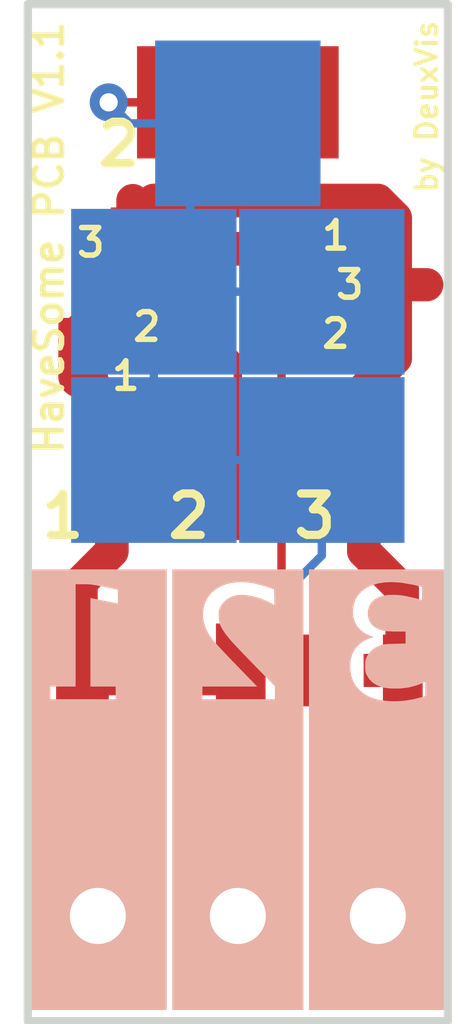
<source format=kicad_pcb>
(kicad_pcb (version 20171130) (host pcbnew "(5.1.12)-1")

  (general
    (thickness 1.6)
    (drawings 22)
    (tracks 76)
    (zones 0)
    (modules 14)
    (nets 4)
  )

  (page A4 portrait)
  (title_block
    (title HaveSomePCB)
    (date 2017-01-18)
    (rev 1.1)
    (company DeuxVis)
  )

  (layers
    (0 F.Cu signal)
    (31 B.Cu signal)
    (32 B.Adhes user hide)
    (33 F.Adhes user hide)
    (34 B.Paste user hide)
    (35 F.Paste user hide)
    (36 B.SilkS user hide)
    (37 F.SilkS user hide)
    (38 B.Mask user hide)
    (39 F.Mask user hide)
    (40 Dwgs.User user hide)
    (41 Cmts.User user hide)
    (42 Eco1.User user hide)
    (43 Eco2.User user hide)
    (44 Edge.Cuts user)
    (45 Margin user hide)
    (46 B.CrtYd user hide)
    (47 F.CrtYd user hide)
    (48 B.Fab user hide)
    (49 F.Fab user hide)
  )

  (setup
    (last_trace_width 0.1524)
    (user_trace_width 0.1524)
    (user_trace_width 0.2286)
    (user_trace_width 0.3048)
    (user_trace_width 0.6096)
    (user_trace_width 0.9144)
    (user_trace_width 1.2192)
    (trace_clearance 0.1524)
    (zone_clearance 0.1)
    (zone_45_only no)
    (trace_min 0.1524)
    (via_size 0.6858)
    (via_drill 0.3302)
    (via_min_size 0.6858)
    (via_min_drill 0.3302)
    (user_via 0.6858 0.3302)
    (user_via 0.8382 0.4826)
    (user_via 0.9906 0.635)
    (uvia_size 0.762)
    (uvia_drill 0.508)
    (uvias_allowed no)
    (uvia_min_size 0.0762)
    (uvia_min_drill 0.0508)
    (edge_width 0.15)
    (segment_width 0.2)
    (pcb_text_width 0.3)
    (pcb_text_size 1.5 1.5)
    (mod_edge_width 0.15)
    (mod_text_size 1 1)
    (mod_text_width 0.15)
    (pad_size 2.6576 2.032)
    (pad_drill 0)
    (pad_to_mask_clearance 0.2)
    (aux_axis_origin 0 0)
    (grid_origin 135.89 93.98)
    (visible_elements 7FFCFFFF)
    (pcbplotparams
      (layerselection 0x010f0_80000001)
      (usegerberextensions true)
      (usegerberattributes true)
      (usegerberadvancedattributes true)
      (creategerberjobfile true)
      (excludeedgelayer true)
      (linewidth 0.100000)
      (plotframeref false)
      (viasonmask false)
      (mode 1)
      (useauxorigin false)
      (hpglpennumber 1)
      (hpglpenspeed 20)
      (hpglpendiameter 15.000000)
      (psnegative false)
      (psa4output false)
      (plotreference true)
      (plotvalue true)
      (plotinvisibletext false)
      (padsonsilk false)
      (subtractmaskfromsilk false)
      (outputformat 1)
      (mirror false)
      (drillshape 0)
      (scaleselection 1)
      (outputdirectory "gerbers"))
  )

  (net 0 "")
  (net 1 "Net-(PINS1-Pad2)")
  (net 2 "Net-(PINS1-Pad1)")
  (net 3 "Net-(PINS1-Pad3)")

  (net_class Default "Ceci est la Netclass par défaut"
    (clearance 0.1524)
    (trace_width 0.1524)
    (via_dia 0.6858)
    (via_drill 0.3302)
    (uvia_dia 0.762)
    (uvia_drill 0.508)
    (add_net "Net-(PINS1-Pad1)")
    (add_net "Net-(PINS1-Pad2)")
    (add_net "Net-(PINS1-Pad3)")
  )

  (net_class Beefier ""
    (clearance 0.1524)
    (trace_width 0.2286)
    (via_dia 0.8382)
    (via_drill 0.4826)
    (uvia_dia 0.762)
    (uvia_drill 0.508)
  )

  (net_class Gross ""
    (clearance 0.1524)
    (trace_width 0.3048)
    (via_dia 0.9906)
    (via_drill 0.635)
    (uvia_dia 0.762)
    (uvia_drill 0.508)
  )

  (module Measurement_Points:Measurement_Point_Square-SMD-Pad_Big (layer B.Cu) (tedit 587F627E) (tstamp 575C2CF3)
    (at 139.7 96.139)
    (descr "Mesurement Point, Square, SMD Pad,  3mm x 3mm,")
    (tags "Mesurement Point Square SMD Pad 3x3mm")
    (attr virtual)
    (fp_text reference REF**22_2 (at 0 3) (layer B.SilkS) hide
      (effects (font (size 1 1) (thickness 0.15)) (justify mirror))
    )
    (fp_text value Measurement_Point_Square-SMD-Pad_Big (at 0 -3) (layer B.Fab)
      (effects (font (size 1 1) (thickness 0.15)) (justify mirror))
    )
    (fp_line (start -1.75 -1.75) (end -1.75 1.75) (layer B.CrtYd) (width 0.05))
    (fp_line (start 1.75 -1.75) (end -1.75 -1.75) (layer B.CrtYd) (width 0.05))
    (fp_line (start 1.75 1.75) (end 1.75 -1.75) (layer B.CrtYd) (width 0.05))
    (fp_line (start -1.75 1.75) (end 1.75 1.75) (layer B.CrtYd) (width 0.05))
    (pad 1 smd rect (at 0 0) (size 3 3) (layers B.Cu B.Mask)
      (net 1 "Net-(PINS1-Pad2)"))
  )

  (module Measurement_Points:Measurement_Point_Square-SMD-Pad_Big (layer B.Cu) (tedit 587F6295) (tstamp 575C2C2D)
    (at 141.224 99.187)
    (descr "Mesurement Point, Square, SMD Pad,  3mm x 3mm,")
    (tags "Mesurement Point Square SMD Pad 3x3mm")
    (attr virtual)
    (fp_text reference REF**22 (at 0 3) (layer B.SilkS) hide
      (effects (font (size 1 1) (thickness 0.15)) (justify mirror))
    )
    (fp_text value Measurement_Point_Square-SMD-Pad_Big (at 0 -3) (layer B.Fab)
      (effects (font (size 1 1) (thickness 0.15)) (justify mirror))
    )
    (fp_line (start -1.75 -1.75) (end -1.75 1.75) (layer B.CrtYd) (width 0.05))
    (fp_line (start 1.75 -1.75) (end -1.75 -1.75) (layer B.CrtYd) (width 0.05))
    (fp_line (start 1.75 1.75) (end 1.75 -1.75) (layer B.CrtYd) (width 0.05))
    (fp_line (start -1.75 1.75) (end 1.75 1.75) (layer B.CrtYd) (width 0.05))
    (pad 1 smd rect (at 0 0) (size 3 3) (layers B.Cu B.Mask)
      (net 1 "Net-(PINS1-Pad2)"))
  )

  (module Measurement_Points:Measurement_Point_Square-SMD-Pad_Big (layer B.Cu) (tedit 587F6288) (tstamp 575C2C25)
    (at 138.176 99.187)
    (descr "Mesurement Point, Square, SMD Pad,  3mm x 3mm,")
    (tags "Mesurement Point Square SMD Pad 3x3mm")
    (zone_connect 2)
    (attr virtual)
    (fp_text reference REF**12 (at 0 3) (layer B.SilkS) hide
      (effects (font (size 1 1) (thickness 0.15)) (justify mirror))
    )
    (fp_text value Measurement_Point_Square-SMD-Pad_Big (at 0 -3) (layer B.Fab)
      (effects (font (size 1 1) (thickness 0.15)) (justify mirror))
    )
    (fp_line (start -1.75 -1.75) (end -1.75 1.75) (layer B.CrtYd) (width 0.05))
    (fp_line (start 1.75 -1.75) (end -1.75 -1.75) (layer B.CrtYd) (width 0.05))
    (fp_line (start 1.75 1.75) (end 1.75 -1.75) (layer B.CrtYd) (width 0.05))
    (fp_line (start -1.75 1.75) (end 1.75 1.75) (layer B.CrtYd) (width 0.05))
    (pad 1 smd rect (at 0 0) (size 3 3) (layers B.Cu B.Mask)
      (net 1 "Net-(PINS1-Pad2)") (zone_connect 2))
  )

  (module Measurement_Points:Measurement_Point_Square-SMD-Pad_Big (layer B.Cu) (tedit 587F62A9) (tstamp 575C2C3D)
    (at 141.224 102.235)
    (descr "Mesurement Point, Square, SMD Pad,  3mm x 3mm,")
    (tags "Mesurement Point Square SMD Pad 3x3mm")
    (attr virtual)
    (fp_text reference REF**23 (at 0 3) (layer B.SilkS) hide
      (effects (font (size 1 1) (thickness 0.15)) (justify mirror))
    )
    (fp_text value Measurement_Point_Square-SMD-Pad_Big (at 0 -3) (layer B.Fab)
      (effects (font (size 1 1) (thickness 0.15)) (justify mirror))
    )
    (fp_line (start -1.75 -1.75) (end -1.75 1.75) (layer B.CrtYd) (width 0.05))
    (fp_line (start 1.75 -1.75) (end -1.75 -1.75) (layer B.CrtYd) (width 0.05))
    (fp_line (start 1.75 1.75) (end 1.75 -1.75) (layer B.CrtYd) (width 0.05))
    (fp_line (start -1.75 1.75) (end 1.75 1.75) (layer B.CrtYd) (width 0.05))
    (pad 1 smd rect (at 0 0) (size 3 3) (layers B.Cu B.Mask)
      (net 1 "Net-(PINS1-Pad2)"))
  )

  (module Measurement_Points:Measurement_Point_Square-SMD-Pad_Big (layer B.Cu) (tedit 587F629E) (tstamp 575C2C35)
    (at 138.176 102.235)
    (descr "Mesurement Point, Square, SMD Pad,  3mm x 3mm,")
    (tags "Mesurement Point Square SMD Pad 3x3mm")
    (zone_connect 2)
    (attr virtual)
    (fp_text reference REF**13 (at 0 3) (layer B.SilkS) hide
      (effects (font (size 1 1) (thickness 0.15)) (justify mirror))
    )
    (fp_text value Measurement_Point_Square-SMD-Pad_Big (at 0 -3) (layer B.Fab)
      (effects (font (size 1 1) (thickness 0.15)) (justify mirror))
    )
    (fp_line (start -1.75 -1.75) (end -1.75 1.75) (layer B.CrtYd) (width 0.05))
    (fp_line (start 1.75 -1.75) (end -1.75 -1.75) (layer B.CrtYd) (width 0.05))
    (fp_line (start 1.75 1.75) (end 1.75 -1.75) (layer B.CrtYd) (width 0.05))
    (fp_line (start -1.75 1.75) (end 1.75 1.75) (layer B.CrtYd) (width 0.05))
    (pad 1 smd rect (at 0 0) (size 3 3) (layers B.Cu B.Mask)
      (net 1 "Net-(PINS1-Pad2)") (zone_connect 2))
  )

  (module SOT-23 (layer F.Cu) (tedit 57516026) (tstamp 571A3644)
    (at 137.795 99.06)
    (descr "SOT-23, Standard")
    (tags SOT-23)
    (path /571A0781)
    (attr smd)
    (fp_text reference SOT23 (at 0 -2.25) (layer F.SilkS) hide
      (effects (font (size 1 1) (thickness 0.15)))
    )
    (fp_text value APE8865NL-33-HF-3 (at 0 2.3) (layer F.Fab)
      (effects (font (size 1 1) (thickness 0.15)))
    )
    (fp_line (start -1.65 1.6) (end -1.65 -1.6) (layer F.CrtYd) (width 0.05))
    (fp_line (start 1.65 1.6) (end -1.65 1.6) (layer F.CrtYd) (width 0.05))
    (fp_line (start 1.65 -1.6) (end 1.65 1.6) (layer F.CrtYd) (width 0.05))
    (fp_line (start -1.65 -1.6) (end 1.65 -1.6) (layer F.CrtYd) (width 0.05))
    (pad 1 smd rect (at -0.95 1.00076) (size 0.8001 0.8001) (layers F.Cu F.Paste F.Mask)
      (net 2 "Net-(PINS1-Pad1)"))
    (pad 2 smd rect (at 0.95 1.00076) (size 0.8001 0.8001) (layers F.Cu F.Paste F.Mask)
      (net 1 "Net-(PINS1-Pad2)"))
    (pad 3 smd rect (at 0 -0.99822) (size 0.8001 0.8001) (layers F.Cu F.Paste F.Mask)
      (net 3 "Net-(PINS1-Pad3)"))
    (model TO_SOT_Packages_SMD.3dshapes/SOT-23.wrl
      (at (xyz 0 0 0))
      (scale (xyz 1 1 1))
      (rotate (xyz 0 0 0))
    )
  )

  (module SOT-223 (layer F.Cu) (tedit 587F62F4) (tstamp 571A364C)
    (at 139.7 99.06)
    (descr "module CMS SOT223 4 pins")
    (tags "CMS SOT")
    (path /571A050A)
    (attr smd)
    (fp_text reference SOT223 (at 0 -0.762) (layer F.SilkS) hide
      (effects (font (size 1 1) (thickness 0.15)))
    )
    (fp_text value LD1117S33CTR (at 0 0.762) (layer F.Fab)
      (effects (font (size 1 1) (thickness 0.15)))
    )
    (pad 4 smd rect (at 0 -3.302) (size 3.6576 2.032) (layers F.Cu F.Paste F.Mask)
      (net 1 "Net-(PINS1-Pad2)"))
    (pad 2 smd rect (at 0 3.302) (size 1.016 2.032) (layers F.Cu F.Paste F.Mask)
      (net 1 "Net-(PINS1-Pad2)"))
    (pad 3 smd rect (at 2.286 3.302) (size 1.016 2.032) (layers F.Cu F.Paste F.Mask)
      (net 3 "Net-(PINS1-Pad3)"))
    (pad 1 smd rect (at -2.286 3.302) (size 1.016 2.032) (layers F.Cu F.Paste F.Mask)
      (net 2 "Net-(PINS1-Pad1)"))
    (model TO_SOT_Packages_SMD.3dshapes/SOT-223.wrl
      (at (xyz 0 0 0))
      (scale (xyz 0.4 0.4 0.4))
      (rotate (xyz 0 0 0))
    )
  )

  (module SOT-323 (layer F.Cu) (tedit 5751601E) (tstamp 571A3653)
    (at 141.605 99.06 90)
    (tags "SMD SOT")
    (path /571A0B46)
    (attr smd)
    (fp_text reference SOT323 (at 0.127 -2.032 90) (layer F.SilkS) hide
      (effects (font (size 1 1) (thickness 0.15)))
    )
    (fp_text value BFR92 (at 0 0 90) (layer F.Fab)
      (effects (font (size 1 1) (thickness 0.15)))
    )
    (pad 2 smd rect (at -0.65024 -0.94996 90) (size 0.59944 1.00076) (layers F.Cu F.Paste F.Mask)
      (net 1 "Net-(PINS1-Pad2)"))
    (pad 1 smd rect (at 0.65024 -0.94996 90) (size 0.59944 1.00076) (layers F.Cu F.Paste F.Mask)
      (net 2 "Net-(PINS1-Pad1)"))
    (pad 3 smd rect (at 0 0.94996 90) (size 0.59944 1.00076) (layers F.Cu F.Paste F.Mask)
      (net 3 "Net-(PINS1-Pad3)"))
    (model TO_SOT_Packages_SMD.3dshapes/SOT-323.wrl
      (offset (xyz 0 0 0.02539999961853028))
      (scale (xyz 0.3937 0.3937 0.3937))
      (rotate (xyz 0 0 0))
    )
  )

  (module R_0402 (layer F.Cu) (tedit 5751600D) (tstamp 571A37EF)
    (at 141.732 106.045 180)
    (descr "Resistor SMD 0402, reflow soldering, Vishay (see dcrcw.pdf)")
    (tags "resistor 0402")
    (path /571A0063)
    (attr smd)
    (fp_text reference SMD402 (at 0 -1.8 180) (layer F.SilkS) hide
      (effects (font (size 1 1) (thickness 0.15)))
    )
    (fp_text value R0402 (at 0 1.8 180) (layer F.Fab)
      (effects (font (size 1 1) (thickness 0.15)))
    )
    (fp_line (start 0.95 -0.65) (end 0.95 0.65) (layer F.CrtYd) (width 0.05))
    (fp_line (start -0.95 -0.65) (end -0.95 0.65) (layer F.CrtYd) (width 0.05))
    (fp_line (start -0.95 0.65) (end 0.95 0.65) (layer F.CrtYd) (width 0.05))
    (fp_line (start -0.95 -0.65) (end 0.95 -0.65) (layer F.CrtYd) (width 0.05))
    (pad 1 smd rect (at -0.45 0 180) (size 0.4 0.6) (layers F.Cu F.Paste F.Mask)
      (net 3 "Net-(PINS1-Pad3)"))
    (pad 2 smd rect (at 0.45 0 180) (size 0.4 0.6) (layers F.Cu F.Paste F.Mask)
      (net 1 "Net-(PINS1-Pad2)"))
    (model Resistors_SMD.3dshapes/R_0402.wrl
      (at (xyz 0 0 0))
      (scale (xyz 1 1 1))
      (rotate (xyz 0 0 0))
    )
  )

  (module R_0603 (layer F.Cu) (tedit 57516003) (tstamp 571A37F5)
    (at 138.303 106.045 180)
    (descr "Resistor SMD 0603, reflow soldering, Vishay (see dcrcw.pdf)")
    (tags "resistor 0603")
    (path /571A0145)
    (attr smd)
    (fp_text reference SMD603 (at 0 -1.9 180) (layer F.SilkS) hide
      (effects (font (size 1 1) (thickness 0.15)))
    )
    (fp_text value R0603 (at 0 1.9 180) (layer F.Fab)
      (effects (font (size 1 1) (thickness 0.15)))
    )
    (fp_line (start 1.3 -0.8) (end 1.3 0.8) (layer F.CrtYd) (width 0.05))
    (fp_line (start -1.3 -0.8) (end -1.3 0.8) (layer F.CrtYd) (width 0.05))
    (fp_line (start -1.3 0.8) (end 1.3 0.8) (layer F.CrtYd) (width 0.05))
    (fp_line (start -1.3 -0.8) (end 1.3 -0.8) (layer F.CrtYd) (width 0.05))
    (pad 1 smd rect (at -0.75 0 180) (size 0.5 0.9) (layers F.Cu F.Paste F.Mask)
      (net 1 "Net-(PINS1-Pad2)"))
    (pad 2 smd rect (at 0.75 0 180) (size 0.5 0.9) (layers F.Cu F.Paste F.Mask)
      (net 2 "Net-(PINS1-Pad1)"))
    (model Resistors_SMD.3dshapes/R_0603.wrl
      (at (xyz 0 0 0))
      (scale (xyz 1 1 1))
      (rotate (xyz 0 0 0))
    )
  )

  (module R_0805 (layer F.Cu) (tedit 57516015) (tstamp 571A37FB)
    (at 141.732 106.045 180)
    (descr "Resistor SMD 0805, reflow soldering, Vishay (see dcrcw.pdf)")
    (tags "resistor 0805")
    (path /571A01CF)
    (attr smd)
    (fp_text reference SMD805 (at 0 -2.1 180) (layer F.SilkS) hide
      (effects (font (size 1 1) (thickness 0.15)))
    )
    (fp_text value R0805 (at 0 2.1 180) (layer F.Fab)
      (effects (font (size 1 1) (thickness 0.15)))
    )
    (fp_line (start 1.6 -1) (end 1.6 1) (layer F.CrtYd) (width 0.05))
    (fp_line (start -1.6 -1) (end -1.6 1) (layer F.CrtYd) (width 0.05))
    (fp_line (start -1.6 1) (end 1.6 1) (layer F.CrtYd) (width 0.05))
    (fp_line (start -1.6 -1) (end 1.6 -1) (layer F.CrtYd) (width 0.05))
    (pad 1 smd rect (at -0.95 0 180) (size 0.7 1.3) (layers F.Cu F.Paste F.Mask)
      (net 3 "Net-(PINS1-Pad3)"))
    (pad 2 smd rect (at 0.95 0 180) (size 0.7 1.3) (layers F.Cu F.Paste F.Mask)
      (net 1 "Net-(PINS1-Pad2)"))
    (model Resistors_SMD.3dshapes/R_0805.wrl
      (at (xyz 0 0 0))
      (scale (xyz 1 1 1))
      (rotate (xyz 0 0 0))
    )
  )

  (module R_1206 (layer F.Cu) (tedit 57515FF6) (tstamp 571A3801)
    (at 138.303 106.045 180)
    (descr "Resistor SMD 1206, reflow soldering, Vishay (see dcrcw.pdf)")
    (tags "resistor 1206")
    (path /571A0284)
    (attr smd)
    (fp_text reference SMD1206 (at 0 -2.3 180) (layer F.SilkS) hide
      (effects (font (size 1 1) (thickness 0.15)))
    )
    (fp_text value R1206 (at 0 2.3 180) (layer F.Fab)
      (effects (font (size 1 1) (thickness 0.15)))
    )
    (fp_line (start 2.2 -1.2) (end 2.2 1.2) (layer F.CrtYd) (width 0.05))
    (fp_line (start -2.2 -1.2) (end -2.2 1.2) (layer F.CrtYd) (width 0.05))
    (fp_line (start -2.2 1.2) (end 2.2 1.2) (layer F.CrtYd) (width 0.05))
    (fp_line (start -2.2 -1.2) (end 2.2 -1.2) (layer F.CrtYd) (width 0.05))
    (pad 1 smd rect (at -1.45 0 180) (size 0.9 1.7) (layers F.Cu F.Paste F.Mask)
      (net 1 "Net-(PINS1-Pad2)"))
    (pad 2 smd rect (at 1.45 0 180) (size 0.9 1.7) (layers F.Cu F.Paste F.Mask)
      (net 2 "Net-(PINS1-Pad1)"))
    (model Resistors_SMD.3dshapes/R_1206.wrl
      (at (xyz 0 0 0))
      (scale (xyz 1 1 1))
      (rotate (xyz 0 0 0))
    )
  )

  (module Pin_Header_Straight_1x03 (layer F.Cu) (tedit 57515FB6) (tstamp 571A391E)
    (at 137.16 110.49 90)
    (descr "Through hole pin header")
    (tags "pin header")
    (path /571A0381)
    (fp_text reference PINS1 (at 0 -5.1 90) (layer F.SilkS) hide
      (effects (font (size 1 1) (thickness 0.15)))
    )
    (fp_text value CONN_01X03 (at 0 -3.1 90) (layer F.Fab)
      (effects (font (size 1 1) (thickness 0.15)))
    )
    (fp_line (start -1.75 6.85) (end 1.75 6.85) (layer F.CrtYd) (width 0.05))
    (fp_line (start -1.75 -1.75) (end 1.75 -1.75) (layer F.CrtYd) (width 0.05))
    (fp_line (start 1.75 -1.75) (end 1.75 6.85) (layer F.CrtYd) (width 0.05))
    (fp_line (start -1.75 -1.75) (end -1.75 6.85) (layer F.CrtYd) (width 0.05))
    (pad 1 thru_hole rect (at 0 0 90) (size 2.032 1.7272) (drill 1.016) (layers *.Cu *.Mask F.SilkS)
      (net 2 "Net-(PINS1-Pad1)"))
    (pad 2 thru_hole oval (at 0 2.54 90) (size 2.032 1.7272) (drill 1.016) (layers *.Cu *.Mask F.SilkS)
      (net 1 "Net-(PINS1-Pad2)"))
    (pad 3 thru_hole oval (at 0 5.08 90) (size 2.032 1.7272) (drill 1.016) (layers *.Cu *.Mask F.SilkS)
      (net 3 "Net-(PINS1-Pad3)"))
    (model Pin_Headers.3dshapes/Pin_Header_Straight_1x03.wrl
      (offset (xyz 0 -2.539999961853027 0))
      (scale (xyz 1 1 1))
      (rotate (xyz 0 0 90))
    )
  )

  (module HaveSomeLib:NoteZone (layer B.Cu) (tedit 0) (tstamp 575A1F18)
    (at 139.7 108.204)
    (fp_text reference G*** (at 0 0) (layer B.SilkS) hide
      (effects (font (size 1.524 1.524) (thickness 0.3)) (justify mirror))
    )
    (fp_text value LOGO (at 0.75 0) (layer B.SilkS) hide
      (effects (font (size 1.524 1.524) (thickness 0.3)) (justify mirror))
    )
    (fp_poly (pts (xy 3.735294 -3.984314) (xy 1.294902 -3.984314) (xy 1.294902 -2.254913) (xy 2.033653 -2.254913)
      (xy 2.042093 -2.349442) (xy 2.046373 -2.372101) (xy 2.075803 -2.464611) (xy 2.122307 -2.547858)
      (xy 2.184702 -2.620548) (xy 2.261804 -2.681386) (xy 2.352427 -2.729078) (xy 2.384111 -2.741359)
      (xy 2.45234 -2.765704) (xy 2.392317 -2.78759) (xy 2.301548 -2.83017) (xy 2.225512 -2.88577)
      (xy 2.164936 -2.953262) (xy 2.120544 -3.03152) (xy 2.093061 -3.119415) (xy 2.083213 -3.215819)
      (xy 2.085005 -3.265306) (xy 2.100938 -3.363307) (xy 2.132537 -3.449675) (xy 2.174259 -3.517831)
      (xy 2.243172 -3.593285) (xy 2.326274 -3.655167) (xy 2.423029 -3.703324) (xy 2.532903 -3.737601)
      (xy 2.655359 -3.757847) (xy 2.789863 -3.763907) (xy 2.93588 -3.755629) (xy 2.985235 -3.74989)
      (xy 3.183152 -3.715399) (xy 3.30947 -3.68476) (xy 3.346823 -3.674762) (xy 3.346823 -3.54957)
      (xy 3.34662 -3.497805) (xy 3.345714 -3.46296) (xy 3.343665 -3.44204) (xy 3.340028 -3.432044)
      (xy 3.334363 -3.429974) (xy 3.329392 -3.431456) (xy 3.301704 -3.440666) (xy 3.259123 -3.452419)
      (xy 3.206344 -3.46564) (xy 3.148065 -3.479254) (xy 3.088982 -3.492187) (xy 3.033793 -3.503366)
      (xy 2.987194 -3.511717) (xy 2.963333 -3.515168) (xy 2.838725 -3.524788) (xy 2.727566 -3.521908)
      (xy 2.630289 -3.506742) (xy 2.547328 -3.479502) (xy 2.479116 -3.440403) (xy 2.426084 -3.389659)
      (xy 2.388666 -3.327483) (xy 2.367295 -3.25409) (xy 2.363115 -3.218691) (xy 2.366001 -3.137737)
      (xy 2.386307 -3.065751) (xy 2.423227 -3.003656) (xy 2.475958 -2.952371) (xy 2.543695 -2.912818)
      (xy 2.625633 -2.885918) (xy 2.659529 -2.879333) (xy 2.692495 -2.87566) (xy 2.740056 -2.87254)
      (xy 2.796887 -2.870219) (xy 2.857664 -2.868947) (xy 2.886137 -2.868781) (xy 3.048 -2.868706)
      (xy 3.048 -2.641934) (xy 2.851274 -2.637217) (xy 2.778442 -2.63514) (xy 2.722016 -2.632628)
      (xy 2.678479 -2.629342) (xy 2.644316 -2.624942) (xy 2.61601 -2.61909) (xy 2.59265 -2.612307)
      (xy 2.507847 -2.576976) (xy 2.438905 -2.530878) (xy 2.384054 -2.472528) (xy 2.342138 -2.401745)
      (xy 2.329931 -2.37338) (xy 2.322193 -2.347298) (xy 2.317948 -2.317509) (xy 2.316221 -2.278024)
      (xy 2.315988 -2.241177) (xy 2.316582 -2.191597) (xy 2.318975 -2.15571) (xy 2.324236 -2.127301)
      (xy 2.333436 -2.100155) (xy 2.344662 -2.07449) (xy 2.38761 -2.004647) (xy 2.446705 -1.945509)
      (xy 2.520733 -1.898013) (xy 2.608479 -1.863093) (xy 2.625209 -1.858331) (xy 2.66033 -1.851146)
      (xy 2.708205 -1.844378) (xy 2.761675 -1.838933) (xy 2.79898 -1.836372) (xy 2.9499 -1.837357)
      (xy 3.096832 -1.855992) (xy 3.237058 -1.891815) (xy 3.32848 -1.926311) (xy 3.406588 -1.96008)
      (xy 3.406588 -1.693974) (xy 3.322397 -1.668294) (xy 3.183816 -1.632603) (xy 3.043267 -1.608861)
      (xy 2.903603 -1.597023) (xy 2.767672 -1.597044) (xy 2.638327 -1.608879) (xy 2.518418 -1.632483)
      (xy 2.410794 -1.667812) (xy 2.376039 -1.683186) (xy 2.284668 -1.736228) (xy 2.204734 -1.801819)
      (xy 2.138741 -1.877465) (xy 2.089194 -1.960671) (xy 2.082681 -1.975169) (xy 2.054575 -2.060911)
      (xy 2.038023 -2.156448) (xy 2.033653 -2.254913) (xy 1.294902 -2.254913) (xy 1.294902 3.984313)
      (xy 3.735294 3.984313) (xy 3.735294 -3.984314)) (layer B.SilkS) (width 0.01))
    (fp_poly (pts (xy 1.185333 -3.984314) (xy -1.185334 -3.984314) (xy -1.185334 -1.633569) (xy -0.647451 -1.633569)
      (xy -0.647451 -1.872628) (xy 0.339963 -1.872628) (xy -0.03098 -2.253628) (xy -0.104069 -2.329071)
      (xy -0.174816 -2.402805) (xy -0.241626 -2.473121) (xy -0.302904 -2.538308) (xy -0.357058 -2.596657)
      (xy -0.402492 -2.64646) (xy -0.437613 -2.686006) (xy -0.460826 -2.713586) (xy -0.465246 -2.719294)
      (xy -0.536374 -2.825672) (xy -0.588322 -2.929533) (xy -0.621453 -3.032225) (xy -0.636131 -3.135095)
      (xy -0.632719 -3.23949) (xy -0.622441 -3.302) (xy -0.592343 -3.39939) (xy -0.545989 -3.486569)
      (xy -0.484573 -3.562941) (xy -0.409288 -3.627907) (xy -0.321328 -3.680872) (xy -0.221884 -3.721237)
      (xy -0.112152 -3.748405) (xy 0.006677 -3.761779) (xy 0.133408 -3.760762) (xy 0.263301 -3.745368)
      (xy 0.318026 -3.734251) (xy 0.383537 -3.718243) (xy 0.451952 -3.699407) (xy 0.515386 -3.679804)
      (xy 0.520781 -3.678006) (xy 0.662392 -3.630454) (xy 0.665153 -3.482772) (xy 0.667915 -3.33509)
      (xy 0.61531 -3.365188) (xy 0.517951 -3.414877) (xy 0.415267 -3.456393) (xy 0.31089 -3.488872)
      (xy 0.208454 -3.511447) (xy 0.111589 -3.523255) (xy 0.023928 -3.52343) (xy -0.023848 -3.517384)
      (xy -0.11016 -3.492382) (xy -0.186202 -3.452539) (xy -0.249866 -3.399401) (xy -0.299041 -3.334512)
      (xy -0.314773 -3.304334) (xy -0.328664 -3.27163) (xy -0.337135 -3.243051) (xy -0.341437 -3.211599)
      (xy -0.342823 -3.170278) (xy -0.342834 -3.147608) (xy -0.339569 -3.082046) (xy -0.329102 -3.024916)
      (xy -0.309454 -2.970273) (xy -0.278646 -2.91217) (xy -0.248996 -2.865681) (xy -0.228317 -2.835642)
      (xy -0.206089 -2.805287) (xy -0.181112 -2.773298) (xy -0.152188 -2.738355) (xy -0.118118 -2.699137)
      (xy -0.077704 -2.654326) (xy -0.029748 -2.6026) (xy 0.02695 -2.542642) (xy 0.093588 -2.473129)
      (xy 0.171365 -2.392744) (xy 0.261479 -2.300165) (xy 0.306027 -2.254531) (xy 0.677333 -1.874434)
      (xy 0.677333 -1.633569) (xy -0.647451 -1.633569) (xy -1.185334 -1.633569) (xy -1.185334 3.984313)
      (xy 1.185333 3.984313) (xy 1.185333 -3.984314)) (layer B.SilkS) (width 0.01))
    (fp_poly (pts (xy -1.294902 -3.984314) (xy -3.735294 -3.984314) (xy -3.735294 -1.633569) (xy -3.406589 -1.633569)
      (xy -3.406589 -1.872628) (xy -2.948393 -1.872628) (xy -2.948393 -3.725334) (xy -2.805825 -3.725334)
      (xy -2.756716 -3.725001) (xy -2.714329 -3.723658) (xy -2.674427 -3.720788) (xy -2.632775 -3.715874)
      (xy -2.585137 -3.708399) (xy -2.527276 -3.697847) (xy -2.454956 -3.683701) (xy -2.439766 -3.680671)
      (xy -2.374396 -3.667571) (xy -2.314574 -3.655515) (xy -2.263414 -3.645135) (xy -2.224027 -3.637063)
      (xy -2.199526 -3.631934) (xy -2.193863 -3.630678) (xy -2.184715 -3.62769) (xy -2.17847 -3.621639)
      (xy -2.174575 -3.6092) (xy -2.172476 -3.587048) (xy -2.171619 -3.551855) (xy -2.171452 -3.500297)
      (xy -2.171451 -3.496046) (xy -2.171677 -3.447912) (xy -2.172293 -3.407907) (xy -2.173211 -3.379732)
      (xy -2.174341 -3.367087) (xy -2.174568 -3.366745) (xy -2.185019 -3.368613) (xy -2.211707 -3.373775)
      (xy -2.251343 -3.381575) (xy -2.30064 -3.391352) (xy -2.356309 -3.402448) (xy -2.415061 -3.414205)
      (xy -2.473609 -3.425964) (xy -2.528664 -3.437065) (xy -2.576937 -3.446851) (xy -2.615141 -3.454663)
      (xy -2.639987 -3.459841) (xy -2.647079 -3.461401) (xy -2.669491 -3.466733) (xy -2.669491 -1.872628)
      (xy -2.211295 -1.872628) (xy -2.211295 -1.633569) (xy -3.406589 -1.633569) (xy -3.735294 -1.633569)
      (xy -3.735294 3.984313) (xy -1.294902 3.984313) (xy -1.294902 -3.984314)) (layer B.SilkS) (width 0.01))
  )

  (gr_text 2 (at 137.541 96.52) (layer F.SilkS)
    (effects (font (size 0.75 0.75) (thickness 0.15)))
  )
  (gr_text 3 (at 141.732 99.06) (layer F.SilkS)
    (effects (font (size 0.5 0.5) (thickness 0.1)))
  )
  (gr_text 2 (at 141.478 99.949) (layer F.SilkS)
    (effects (font (size 0.5 0.5) (thickness 0.1)))
  )
  (gr_text 1 (at 141.478 98.171) (layer F.SilkS)
    (effects (font (size 0.5 0.5) (thickness 0.1)))
  )
  (gr_text 3 (at 137.033 98.298) (layer F.SilkS)
    (effects (font (size 0.5 0.5) (thickness 0.1)))
  )
  (gr_text 2 (at 138.049 99.822) (layer F.SilkS)
    (effects (font (size 0.5 0.5) (thickness 0.1)))
  )
  (gr_text 1 (at 137.668 100.711) (layer F.SilkS)
    (effects (font (size 0.5 0.5) (thickness 0.1)))
  )
  (gr_text 3 (at 141.097 103.251) (layer F.SilkS)
    (effects (font (size 0.75 0.75) (thickness 0.15)))
  )
  (gr_text 2 (at 138.811 103.251) (layer F.SilkS)
    (effects (font (size 0.75 0.75) (thickness 0.15)))
  )
  (gr_text 1 (at 136.525 103.251) (layer F.SilkS)
    (effects (font (size 0.75 0.75) (thickness 0.15)))
  )
  (gr_text "by DeuxVis" (at 143.129 94.234 90) (layer F.SilkS)
    (effects (font (size 0.381 0.381) (thickness 0.0762)) (justify right))
  )
  (gr_text "HaveSome PCB V1.1" (at 136.271 94.234 90) (layer F.SilkS)
    (effects (font (size 0.508 0.508) (thickness 0.1016)) (justify right))
  )
  (gr_text 3 (at 142.24 108.204) (layer B.SilkS)
    (effects (font (size 1.5 1.5) (thickness 0.3)) (justify mirror))
  )
  (gr_text 2 (at 139.7 108.204) (layer B.SilkS)
    (effects (font (size 1.5 1.5) (thickness 0.3)) (justify mirror))
  )
  (gr_text 1 (at 137.16 108.204) (layer B.SilkS)
    (effects (font (size 1.5 1.5) (thickness 0.3)) (justify mirror))
  )
  (gr_text 3 (at 142.24 108.204) (layer F.SilkS)
    (effects (font (size 1.5 1.5) (thickness 0.3)))
  )
  (gr_text 2 (at 139.7 108.204) (layer F.SilkS)
    (effects (font (size 1.5 1.5) (thickness 0.3)))
  )
  (gr_text 1 (at 137.16 108.204) (layer F.SilkS)
    (effects (font (size 1.5 1.5) (thickness 0.3)))
  )
  (gr_line (start 135.89 112.395) (end 143.51 112.395) (angle 90) (layer Edge.Cuts) (width 0.15))
  (gr_line (start 135.89 93.98) (end 135.89 112.395) (angle 90) (layer Edge.Cuts) (width 0.15))
  (gr_line (start 143.51 93.98) (end 135.89 93.98) (angle 90) (layer Edge.Cuts) (width 0.15))
  (gr_line (start 143.51 112.395) (end 143.51 93.98) (angle 90) (layer Edge.Cuts) (width 0.15))

  (segment (start 138.8357 96.139) (end 137.737 96.139) (width 0.1524) (layer B.Cu) (net 1))
  (segment (start 137.737 96.139) (end 137.356 95.758) (width 0.1524) (layer B.Cu) (net 1))
  (segment (start 139.7 96.139) (end 138.8357 96.139) (width 0.1524) (layer B.Cu) (net 1))
  (segment (start 138.8357 99.187) (end 139.4953 99.187) (width 0.1524) (layer B.Cu) (net 1))
  (segment (start 138.176 99.187) (end 138.8357 99.187) (width 0.1524) (layer B.Cu) (net 1))
  (segment (start 138.8357 99.187) (end 138.8357 96.139) (width 0.1524) (layer B.Cu) (net 1))
  (segment (start 141.224 99.187) (end 139.4953 99.187) (width 0.1524) (layer B.Cu) (net 1))
  (segment (start 138.176 102.235) (end 138.176 99.187) (width 0.1524) (layer B.Cu) (net 1))
  (segment (start 141.224 102.235) (end 138.176 102.235) (width 0.1524) (layer B.Cu) (net 1))
  (segment (start 141.224 102.235) (end 141.224 103.9637) (width 0.1524) (layer B.Cu) (net 1))
  (segment (start 139.7 110.49) (end 140.7923 110.49) (width 0.1524) (layer B.Cu) (net 1))
  (segment (start 140.7923 110.49) (end 140.7923 104.3954) (width 0.1524) (layer B.Cu) (net 1))
  (segment (start 140.7923 104.3954) (end 141.224 103.9637) (width 0.1524) (layer B.Cu) (net 1))
  (segment (start 139.7 95.758) (end 137.356 95.758) (width 0.1524) (layer F.Cu) (net 1))
  (segment (start 138.745 100.0608) (end 139.3738 100.0608) (width 0.1524) (layer F.Cu) (net 1))
  (segment (start 139.7 102.362) (end 139.7 100.387) (width 0.1524) (layer F.Cu) (net 1))
  (segment (start 139.7 100.387) (end 139.3738 100.0608) (width 0.1524) (layer F.Cu) (net 1))
  (segment (start 139.7 102.9843) (end 139.7 102.362) (width 0.1524) (layer F.Cu) (net 1))
  (segment (start 139.7 102.9843) (end 139.7 103.6067) (width 0.1524) (layer F.Cu) (net 1))
  (segment (start 140.4927 103.6067) (end 140.4927 100.4009) (width 0.1524) (layer F.Cu) (net 1))
  (segment (start 140.4927 100.4009) (end 140.655 100.2386) (width 0.1524) (layer F.Cu) (net 1))
  (segment (start 140.4927 106.045) (end 140.4927 103.6067) (width 0.1524) (layer F.Cu) (net 1))
  (segment (start 140.4927 103.6067) (end 139.7 103.6067) (width 0.1524) (layer F.Cu) (net 1))
  (segment (start 140.655 99.7102) (end 140.655 100.2386) (width 0.1524) (layer F.Cu) (net 1))
  (segment (start 140.4927 106.045) (end 140.2033 106.045) (width 0.1524) (layer F.Cu) (net 1))
  (segment (start 140.782 106.045) (end 140.4927 106.045) (width 0.1524) (layer F.Cu) (net 1))
  (segment (start 139.753 106.3146) (end 139.9337 106.3146) (width 0.1524) (layer F.Cu) (net 1))
  (segment (start 139.9337 106.3146) (end 140.2033 106.045) (width 0.1524) (layer F.Cu) (net 1))
  (segment (start 139.753 106.3146) (end 139.753 106.5843) (width 0.1524) (layer F.Cu) (net 1))
  (segment (start 139.753 106.045) (end 139.753 106.3146) (width 0.1524) (layer F.Cu) (net 1))
  (segment (start 140.782 106.045) (end 141.282 106.045) (width 0.1524) (layer F.Cu) (net 1))
  (segment (start 139.053 106.045) (end 139.5317 106.045) (width 0.1524) (layer F.Cu) (net 1))
  (segment (start 139.753 106.5843) (end 139.5317 106.363) (width 0.1524) (layer F.Cu) (net 1))
  (segment (start 139.5317 106.363) (end 139.5317 106.045) (width 0.1524) (layer F.Cu) (net 1))
  (segment (start 139.753 106.5843) (end 139.753 107.1237) (width 0.1524) (layer F.Cu) (net 1))
  (segment (start 139.7 110.49) (end 139.7 107.1767) (width 0.1524) (layer F.Cu) (net 1))
  (segment (start 139.7 107.1767) (end 139.753 107.1237) (width 0.1524) (layer F.Cu) (net 1))
  (via (at 137.356 95.758) (size 0.6858) (layers F.Cu B.Cu) (net 1))
  (segment (start 136.845 99.883) (end 136.845 100.0608) (width 0.1524) (layer F.Cu) (net 2))
  (segment (start 140.655 98.4098) (end 139.334 98.4098) (width 0.6096) (layer F.Cu) (net 2))
  (segment (start 139.334 98.4098) (end 138.684 99.06) (width 0.6096) (layer F.Cu) (net 2))
  (segment (start 138.684 99.06) (end 137.668 99.06) (width 0.6096) (layer F.Cu) (net 2))
  (segment (start 137.668 99.06) (end 136.845 99.883) (width 0.6096) (layer F.Cu) (net 2))
  (segment (start 136.845 100.061) (end 136.845 100.0608) (width 0.1524) (layer F.Cu) (net 2))
  (segment (start 136.845 100.061) (end 136.845 100.708) (width 0.8) (layer F.Cu) (net 2))
  (segment (start 136.845 100.708) (end 136.842 100.711) (width 0.8) (layer F.Cu) (net 2))
  (segment (start 137.414 102.362) (end 137.033 100.711) (width 0.6096) (layer F.Cu) (net 2))
  (segment (start 137.033 100.711) (end 136.845 100.061) (width 0.6096) (layer F.Cu) (net 2))
  (segment (start 137.054 110.384) (end 137.16 110.49) (width 0.5) (layer F.Cu) (net 2))
  (segment (start 137.553 106.045) (end 136.853 106.045) (width 0.5) (layer F.Cu) (net 2))
  (segment (start 137.054 106.246) (end 136.853 106.045) (width 0.5) (layer F.Cu) (net 2))
  (segment (start 137.054 106.246) (end 137.054 110.384) (width 0.6096) (layer F.Cu) (net 2))
  (segment (start 137.414 102.362) (end 137.414 103.886) (width 0.6096) (layer F.Cu) (net 2))
  (segment (start 137.414 103.886) (end 136.853 104.447) (width 0.6096) (layer F.Cu) (net 2))
  (segment (start 136.853 104.447) (end 136.853 106.045) (width 0.6096) (layer F.Cu) (net 2))
  (segment (start 141.986 102.87) (end 141.986 103.886) (width 0.6096) (layer F.Cu) (net 3))
  (segment (start 141.986 103.886) (end 142.682 104.582) (width 0.6096) (layer F.Cu) (net 3))
  (segment (start 142.682 104.582) (end 142.682 106.045) (width 0.6096) (layer F.Cu) (net 3))
  (segment (start 141.986 102.362) (end 141.986 102.87) (width 0.6096) (layer F.Cu) (net 3))
  (segment (start 137.795 97.917) (end 137.795 97.536) (width 0.6) (layer F.Cu) (net 3))
  (segment (start 137.795 98.0618) (end 137.795 97.917) (width 0.6) (layer F.Cu) (net 3))
  (segment (start 137.795 97.917) (end 138.176 97.536) (width 0.6096) (layer F.Cu) (net 3))
  (segment (start 138.176 97.536) (end 142.24 97.536) (width 0.6096) (layer F.Cu) (net 3))
  (segment (start 142.24 97.536) (end 142.555 97.851) (width 0.6096) (layer F.Cu) (net 3))
  (segment (start 142.555 97.851) (end 142.555 99.06) (width 0.6096) (layer F.Cu) (net 3))
  (segment (start 137.795 98.0618) (end 137.795 97.917) (width 0.5) (layer F.Cu) (net 3))
  (segment (start 142.555 99.06) (end 142.555 100.391) (width 0.6096) (layer F.Cu) (net 3))
  (segment (start 142.555 100.391) (end 141.986 100.96) (width 0.6096) (layer F.Cu) (net 3))
  (segment (start 141.986 100.96) (end 141.986 102.362) (width 0.6096) (layer F.Cu) (net 3))
  (segment (start 141.986 102.362) (end 141.986 102.87) (width 0.5) (layer F.Cu) (net 3))
  (segment (start 142.182 106.045) (end 142.682 106.045) (width 0.3048) (layer F.Cu) (net 3))
  (segment (start 142.748 106.111) (end 142.682 106.045) (width 0.5) (layer F.Cu) (net 3))
  (segment (start 142.24 110.49) (end 142.24 107.696) (width 0.6096) (layer F.Cu) (net 3))
  (segment (start 142.24 107.696) (end 142.748 107.188) (width 0.6096) (layer F.Cu) (net 3))
  (segment (start 142.748 107.188) (end 142.748 106.111) (width 0.6096) (layer F.Cu) (net 3))
  (segment (start 142.555 99.06) (end 143.129 99.06) (width 0.6) (layer F.Cu) (net 3))

)

</source>
